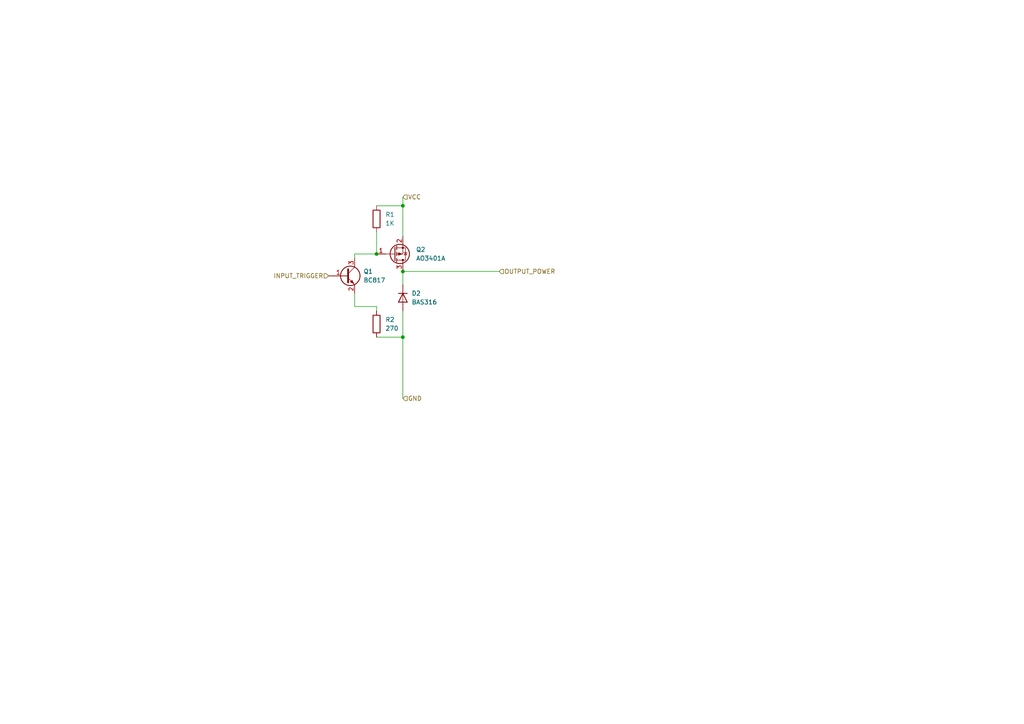
<source format=kicad_sch>
(kicad_sch (version 20211123) (generator eeschema)
  (paper "A4")
  (lib_symbols
    (symbol "Device:R" (pin_numbers hide) (pin_names (offset 0))
      (property "Reference" "R" (at 2.032 0 90))
      (property "Value" "R" (at 0 0 90))
      (symbol "R_0_1"
        (rectangle (start -1.016 -2.54) (end 1.016 2.54) (stroke (width 0.254)))
      )
      (symbol "R_1_1"
        (pin passive line (at 0 3.81 270) (length 1.27) (name "~") (number "1"))
        (pin passive line (at 0 -3.81 90) (length 1.27) (name "~") (number "2"))
      )
    )
    (symbol "Diode:BAS316" (pin_numbers hide) (pin_names hide)
      (property "Reference" "D" (at 0 2.54 0))
      (property "Value" "BAS316" (at 0 -2.54 0))
      (symbol "BAS316_0_1"
        (polyline (pts (xy -1.27 1.27) (xy -1.27 -1.27)) (stroke (width 0.254)))
        (polyline (pts (xy 1.27 0) (xy -1.27 0)))
        (polyline (pts (xy 1.27 1.27) (xy 1.27 -1.27) (xy -1.27 0) (xy 1.27 1.27)) (stroke (width 0.254)))
      )
      (symbol "BAS316_1_1"
        (pin passive line (at -3.81 0 0) (length 2.54) (name "K") (number "1"))
        (pin passive line (at 3.81 0 180) (length 2.54) (name "A") (number "2"))
      )
    )
    (symbol "Transistor_BJT:BC817" (pin_names (offset 0) hide)
      (property "Reference" "Q" (at 5.08 1.905 0))
      (property "Value" "BC817" (at 5.08 0 0))
      (symbol "BC817_0_1"
        (polyline (pts (xy 0.635 0.635) (xy 2.54 2.54)))
        (polyline (pts (xy 0.635 -0.635) (xy 2.54 -2.54) (xy 2.54 -2.54)))
        (polyline (pts (xy 0.635 1.905) (xy 0.635 -1.905) (xy 0.635 -1.905)) (stroke (width 0.508)))
        (polyline (pts (xy 1.27 -1.778) (xy 1.778 -1.27) (xy 2.286 -2.286) (xy 1.27 -1.778) (xy 1.27 -1.778)) (fill (type outline)))
        (circle (center 1.27 0) (radius 2.8194) (stroke (width 0.254)))
      )
      (symbol "BC817_1_1"
        (pin input line (at -5.08 0 0) (length 5.715) (name "B") (number "1"))
        (pin passive line (at 2.54 -5.08 90) (length 2.54) (name "E") (number "2"))
        (pin passive line (at 2.54 5.08 270) (length 2.54) (name "C") (number "3"))
      )
    )
    (symbol "Transistor_FET:AO3401A" (pin_names hide)
      (property "Reference" "Q" (at 5.08 1.905 0))
      (property "Value" "AO3401A" (at 5.08 0 0))
      (symbol "AO3401A_0_1"
        (polyline (pts (xy 0.254 0) (xy -2.54 0)))
        (polyline (pts (xy 0.254 1.905) (xy 0.254 -1.905)) (stroke (width 0.254)))
        (polyline (pts (xy 0.762 -1.27) (xy 0.762 -2.286)) (stroke (width 0.254)))
        (polyline (pts (xy 0.762 0.508) (xy 0.762 -0.508)) (stroke (width 0.254)))
        (polyline (pts (xy 0.762 2.286) (xy 0.762 1.27)) (stroke (width 0.254)))
        (polyline (pts (xy 2.54 2.54) (xy 2.54 1.778)))
        (polyline (pts (xy 2.54 -2.54) (xy 2.54 0) (xy 0.762 0)))
        (polyline (pts (xy 0.762 1.778) (xy 3.302 1.778) (xy 3.302 -1.778) (xy 0.762 -1.778)))
        (polyline (pts (xy 2.286 0) (xy 1.27 0.381) (xy 1.27 -0.381) (xy 2.286 0)) (fill (type outline)))
        (polyline (pts (xy 2.794 -0.508) (xy 2.921 -0.381) (xy 3.683 -0.381) (xy 3.81 -0.254)))
        (polyline (pts (xy 3.302 -0.381) (xy 2.921 0.254) (xy 3.683 0.254) (xy 3.302 -0.381)))
        (circle (center 1.651 0) (radius 2.794) (stroke (width 0.254)))
        (circle (center 2.54 -1.778) (radius 0.254) (fill (type outline)))
        (circle (center 2.54 1.778) (radius 0.254) (fill (type outline)))
      )
      (symbol "AO3401A_1_1"
        (pin input line (at -5.08 0 0) (length 2.54) (name "G") (number "1"))
        (pin passive line (at 2.54 -5.08 90) (length 2.54) (name "S") (number "2"))
        (pin passive line (at 2.54 5.08 270) (length 2.54) (name "D") (number "3"))
      )
    )
  )
  (junction (at 116.84 97.79))
  (junction (at 109.22 73.66))
  (junction (at 116.84 78.74))
  (junction (at 116.84 59.69))
  (wire (pts (xy 109.22 90.17) (xy 109.22 88.9)))
  (wire (pts (xy 116.84 59.69) (xy 116.84 68.58)))
  (wire (pts (xy 116.84 78.74) (xy 144.78 78.74)))
  (wire (pts (xy 109.22 67.31) (xy 109.22 73.66)))
  (wire (pts (xy 102.87 74.93) (xy 102.87 73.66)))
  (wire (pts (xy 116.84 57.15) (xy 116.84 59.69)))
  (wire (pts (xy 102.87 85.09) (xy 102.87 88.9)))
  (wire (pts (xy 109.22 88.9) (xy 102.87 88.9)))
  (wire (pts (xy 116.84 97.79) (xy 116.84 115.57)))
  (wire (pts (xy 102.87 73.66) (xy 109.22 73.66)))
  (wire (pts (xy 116.84 90.17) (xy 116.84 97.79)))
  (wire (pts (xy 109.22 97.79) (xy 116.84 97.79)))
  (wire (pts (xy 116.84 82.55) (xy 116.84 78.74)))
  (wire (pts (xy 116.84 59.69) (xy 109.22 59.69)))
  (hierarchical_label "GND" (shape input) (at 116.84 115.57 0))
  (hierarchical_label "INPUT_TRIGGER" (shape input) (at 95.25 80.01 180))
  (hierarchical_label "VCC" (shape input) (at 116.84 57.15 0))
  (hierarchical_label "OUTPUT_POWER" (shape input) (at 144.78 78.74 0))
  (symbol (lib_id "Diode:BAS316") (at 116.84 86.36 270) (unit 1)
    (property "Reference" "D2" (at 119.38 85.0899 90) (effects (justify left)))
    (property "Value" "BAS316" (at 119.38 87.6299 90) (effects (justify left)))
    (property "Footprint" "Diode_SMD:D_SOD-323" (effects hide))
    (property "Datasheet" "https://assets.nexperia.com/documents/data-sheet/BAS16_SER.pdf" (effects hide))
  )
  (symbol (lib_id "Transistor_BJT:BC817") (at 100.33 80.01 0) (unit 1)
    (property "Reference" "Q1" (at 105.41 78.7399 0) (effects (justify left)))
    (property "Value" "BC817" (at 105.41 81.2799 0) (effects (justify left)))
    (property "Footprint" "Package_TO_SOT_SMD:SOT-23" (effects hide))
    (property "Datasheet" "https://www.onsemi.com/pub/Collateral/BC818-D.pdf" (effects hide))
  )
  (symbol (lib_id "Transistor_FET:AO3401A") (at 114.3 73.66 0) (mirror x) (unit 1)
    (property "Reference" "Q2" (at 120.65 72.3899 0) (effects (justify left)))
    (property "Value" "AO3401A" (at 120.65 74.9299 0) (effects (justify left)))
    (property "Footprint" "Package_TO_SOT_SMD:SOT-23" (effects hide))
    (property "Datasheet" "http://www.aosmd.com/pdfs/datasheet/AO3401A.pdf" (effects hide))
  )
  (symbol (lib_id "Device:R") (at 109.22 93.98 180) (unit 1)
    (property "Reference" "R2" (at 111.76 92.7099 0) (effects (justify right)))
    (property "Value" "270" (at 111.76 95.2499 0) (effects (justify right)))
    (property "Footprint" "Resistor_SMD:R_0402_1005Metric" (effects hide))
  )
  (symbol (lib_id "Device:R") (at 109.22 63.5 180) (unit 1)
    (property "Reference" "R1" (at 111.76 62.2299 0) (effects (justify right)))
    (property "Value" "1K" (at 111.76 64.7699 0) (effects (justify right)))
    (property "Footprint" "Resistor_SMD:R_0402_1005Metric" (effects hide))
  )
)
</source>
